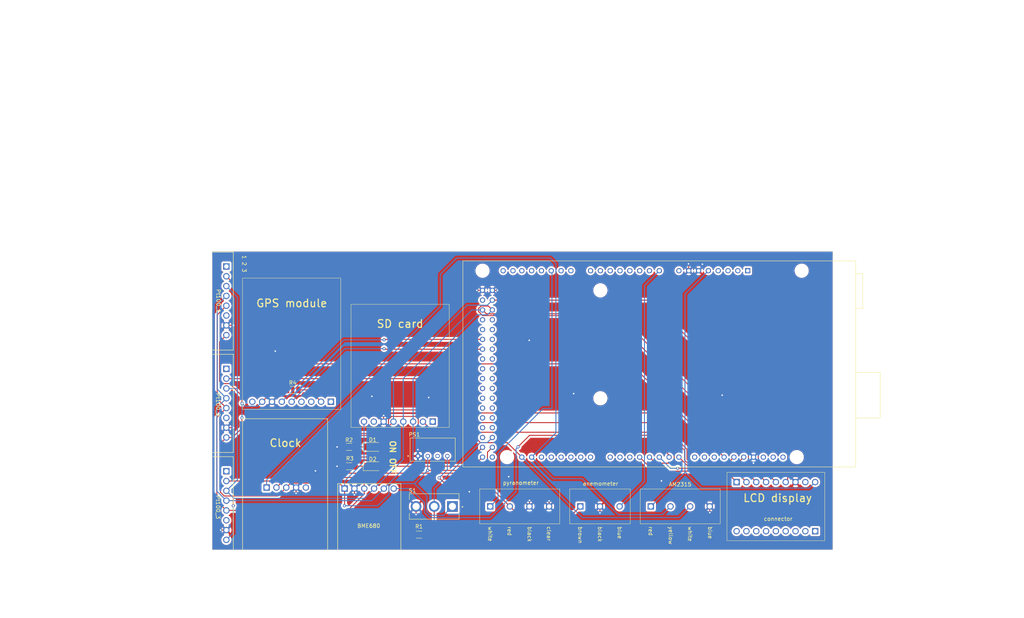
<source format=kicad_pcb>
(kicad_pcb (version 20221018) (generator pcbnew)
  (layers (0 "F.Cu" signal) (31 "B.Cu" signal) (34 "B.Paste" user) (35 "F.Paste" user) (36 "B.SilkS" user "B.Silkscreen") (37 "F.SilkS" user "F.Silkscreen") (38 "B.Mask" user) (39 "F.Mask" user) (44 "Edge.Cuts" user))
  (net 0 "")
  (net 1 "Net-(D1-K)")
  (net 2 "GND")
  (net 3 "Net-(D2-K)")
  (net 5 "/D4")
  (net 6 "/MISO")
  (net 7 "/MOSI")
  (net 8 "/SCK")
  (net 10 "+5V")
  (net 11 "/SDA")
  (net 12 "/SCL")
  (net 13 "+9V")
  (net 14 "/A0")
  (net 15 "/D6")
  (net 16 "/D11")
  (net 17 "/D24")
  (net 18 "/D22")
  (net 19 "/D23")
  (net 20 "/A10")
  (net 78 "/D3")
  (net 80 "/D5")
  (net 81 "/D7")
  (net 82 "Net-(U10-EN)")
  (net 83 "/D12")
  (net 84 "/D13")
  (net 105 "/D45")
  (net 106 "/D43")
  (footprint "Resistor_SMD:R_1206_3216Metric" (layer "F.Cu") (at 90.932 115.824 180)
    (fp_text reference "R4")
    (fp_text value "10k")
  )
  (footprint "custom_components:BME680" (layer "F.Cu") (at 110.7246 149.475)
    (fp_text reference "U5" hide)
    (fp_text value "BME680")
  )
  (footprint "custom_components:PT100" (layer "F.Cu") (at 57.76 92.82 -90)
    (fp_text reference "U6")
    (fp_text value "PT100")
  )
  (footprint "custom_components:PT100" (layer "F.Cu") (at 57.76 145.82 -90)
    (fp_text reference "U9")
    (fp_text value "PT100")
  )
  (footprint "custom_components:PT100" (layer "F.Cu") (at 57.76 119.32 -90)
    (fp_text reference "U8")
    (fp_text value "PT100")
  )
  (footprint "dcdc convertor:CONV_TBA_1-0519" (layer "F.Cu") (at 127.1175 131.3)
    (fp_text reference "PS1")
    (fp_text value "TBA_1-0519")
  )
  (footprint "LED_SMD:LED_1206_3216Metric_Pad1.42x1.75mm_HandSolder" (layer "F.Cu") (at 111.6125 130.596429)
    (fp_text reference "D1")
    (fp_text value "LED_GREEN" hide)
  )
  (footprint "Resistor_SMD:R_1206_3216Metric" (layer "F.Cu") (at 123.6 153.3)
    (fp_text reference "R1")
    (fp_text value "10k" hide)
  )
  (footprint "custom_components:screw_terminal_4pin" (layer "F.Cu") (at 191.18 146)
    (fp_text reference "U4")
    (fp_text value "AM2315")
  )
  (footprint "custom_components:screw_terminal_3pin" (layer "F.Cu") (at 170.4 146)
    (fp_text reference "U3")
    (fp_text value "anemometer")
  )
  (footprint "custom_components:GPS" (layer "F.Cu") (at 90.64 103.9 90)
    (fp_text reference "U10")
    (fp_text value "GPS" hide)
  )
  (footprint "custom_components:microSD" (layer "F.Cu") (at 118.7 107.745 180)
    (fp_text reference "U1")
    (fp_text value "microSD" hide)
  )
  (footprint "custom_components:screw_terminal_4pin" (layer "F.Cu") (at 149.62 146)
    (fp_text reference "U7")
    (fp_text value "pyranometer")
  )
  (footprint "custom_components:display" (layer "F.Cu") (at 215.9 144.78)
    (fp_text reference "U11")
    (fp_text value "~")
  )
  (footprint "Resistor_SMD:R_1206_3216Metric_Pad1.30x1.75mm_HandSolder" (layer "F.Cu") (at 105.5 130.596429 180)
    (fp_text reference "R2")
    (fp_text value "150" hide)
  )
  (footprint "custom_components:clockModule" (layer "F.Cu") (at 89.28 141.02)
    (fp_text reference "U2")
    (fp_text value "clock_module" hide)
  )
  (footprint "Arduino Mega:ARDUINO_A000067" (layer "F.Cu") (at 185.74 109.11 -90)
    (fp_text reference "A1" hide)
    (fp_text value "A000067")
  )
  (footprint "LED_SMD:LED_1206_3216Metric_Pad1.42x1.75mm_HandSolder" (layer "F.Cu") (at 111.6125 135.596428)
    (fp_text reference "D2")
    (fp_text value "LED_RED" hide)
  )
  (footprint "switch:SW_500SSP1S2M2QEA" (layer "F.Cu") (at 127.5246 146 180)
    (fp_text reference "S1")
    (fp_text value "500SSP1S2M2QEA")
  )
  (footprint "Resistor_SMD:R_1206_3216Metric_Pad1.30x1.75mm_HandSolder" (layer "F.Cu") (at 105.5 135.596428 180)
    (fp_text reference "R3")
    (fp_text value "150" hide)
  )
  (gr_line (start 99.95 123.3) (end 77.95 123.3) (stroke (width 0.15)) (layer "F.SilkS"))
  (gr_line (start 75.55 80.125) (end 70.2 80.125) (stroke (width 0.15)) (layer "F.SilkS"))
  (gr_line (start 75.55 105.525) (end 75.55 80.125) (stroke (width 0.15)) (layer "F.SilkS"))
  (gr_line (start 118.9 140.1) (end 118.9 157.1) (stroke (width 0.15)) (layer "F.SilkS"))
  (gr_line (start 75.55 132.025) (end 75.55 106.625) (stroke (width 0.15)) (layer "F.SilkS"))
  (gr_line (start 75.65 106.625) (end 70.3 106.625) (stroke (width 0.15)) (layer "F.SilkS"))
  (gr_line (start 77.95 123.3) (end 77.95 157.1) (stroke (width 0.15)) (layer "F.SilkS"))
  (gr_line (start 102.55 140.1) (end 102.55 157.1) (stroke (width 0.15)) (layer "F.SilkS"))
  (gr_line (start 70.3 132.025) (end 75.55 132.025) (stroke (width 0.15)) (layer "F.SilkS"))
  (gr_line (start 75.55 133.125) (end 75.55 157.1) (stroke (width 0.15)) (layer "F.SilkS"))
  (gr_line (start 99.95 157.1) (end 99.95 123.3) (stroke (width 0.15)) (layer "F.SilkS"))
  (gr_line (start 70.3 105.525) (end 75.55 105.525) (stroke (width 0.15)) (layer "F.SilkS"))
  (gr_line (start 102.55 140.1) (end 118.9 140.1) (stroke (width 0.15)) (layer "F.SilkS"))
  (gr_line (start 70.3 133.125) (end 75.55 133.125) (stroke (width 0.15)) (layer "F.SilkS"))
  (gr_rect (start 70.1 80) (end 230.58 157.2) (stroke (width 0.1)) (fill none) (layer "Edge.Cuts"))
  (gr_text "black" (at 152.2 153.2 -90) (layer "F.SilkS") (effects (font (size 1 1))))
  (gr_text "ON" (at 115.9 128.8 -90) (layer "F.SilkS") (effects (font (size 1.5 1.5) (thickness 0.3) bold) (justify left bottom)))
  (gr_text "white" (at 142 153.128571 -90) (layer "F.SilkS") (effects (font (size 1 1))))
  (gr_text "red" (at 147 152.390476 -90) (layer "F.SilkS") (effects (font (size 1 1))))
  (gr_text "SD card" (at 112.5 99.9) (layer "F.SilkS") (effects (font (size 2 2) (thickness 0.3)) (justify left bottom)))
  (gr_text "white" (at 193.7 153.128571 -90) (layer "F.SilkS") (effects (font (size 1 1))))
  (gr_text "connector" (at 212.7 149.8) (layer "F.SilkS") (effects (font (size 1 1)) (justify left bottom)))
  (gr_text "blue" (at 175.5 152.795238 -90) (layer "F.SilkS") (effects (font (size 1 1))))
  (gr_text "yellow" (at 188.7 153.509524 -90) (layer "F.SilkS") (effects (font (size 1 1))))
  (gr_text "brown" (at 165.3 153.390476 -90) (layer "F.SilkS") (effects (font (size 1 1))))
  (gr_text "blue" (at 198.9 152.795238 -90) (layer "F.SilkS") (effects (font (size 1 1))))
  (gr_text "Clock" (at 84.75 130.75) (layer "F.SilkS") (effects (font (size 2 2) (thickness 0.3)) (justify left bottom)))
  (gr_text "red" (at 183.5 152.390476 -90) (layer "F.SilkS") (effects (font (size 1 1))))
  (gr_text "LCD display" (at 207.3 145) (layer "F.SilkS") (effects (font (size 2 2) (thickness 0.3)) (justify left bottom)))
  (gr_text "1 2 3" (at 77.8 80.9 -90) (layer "F.SilkS") (effects (font (size 1 1)) (justify left bottom)))
  (gr_text "OFF" (at 115.9 133.3 -90) (layer "F.SilkS") (effects (font (size 1.5 1.5) (thickness 0.3) bold) (justify left bottom)))
  (gr_text "Pt100_2" (at 71.6 119.7 270) (layer "F.SilkS") (effects (font (size 1 1))))
  (gr_text "Pt100_1" (at 71.7 92.8 270) (layer "F.SilkS") (effects (font (size 1 1))))
  (gr_text "Pt100_3" (at 71.6 146.2 270) (layer "F.SilkS") (effects (font (size 1 1))))
  (gr_text "black" (at 170.4 153.2 -90) (layer "F.SilkS") (effects (font (size 1 1))))
  (gr_text "GPS module" (at 81.325 94.575) (layer "F.SilkS") (effects (font (size 2 2) (thickness 0.3)) (justify left bottom)))
  (gr_text "clear" (at 157.2 153.080953 -90) (layer "F.SilkS") (effects (font (size 1 1))))
  (segment (start 107.05 130.596429) (end 110.125 130.596429) (width 0.25) (layer "F.Cu") (net 1))
  (segment (start 75.6 125.62) (end 73.76 125.62) (width 0.25) (layer "F.Cu") (net 2))
  (segment (start 114.44 122.44) (end 114.44 124.045) (width 0.25) (layer "F.Cu") (net 2))
  (segment (start 170.4 147.7) (end 170.4 146) (width 0.25) (layer "F.Cu") (net 2))
  (segment (start 196.9 83.98) (end 196.9 83.3) (width 0.25) (layer "F.Cu") (net 2))
  (segment (start 75.6 99.12) (end 73.76 99.12) (width 0.25) (layer "F.Cu") (net 2))
  (segment (start 123.3 131.3) (end 123.29 131.31) (width 0.25) (layer "F.Cu") (net 2))
  (segment (start 152.16 144.44) (end 152.16 146) (width 0.25) (layer "F.Cu") (net 2))
  (segment (start 195.9 84.98) (end 196.9 83.98) (width 0.25) (layer "F.Cu") (net 2))
  (segment (start 102.403572 135.596428) (end 102.4 135.6) (width 0.25) (layer "F.Cu") (net 2))
  (segment (start 106.8846 142.9846) (end 106.8846 141.375) (width 0.25) (layer "F.Cu") (net 2))
  (segment (start 157.24 144.56) (end 157.24 146) (width 0.25) (layer "F.Cu") (net 2))
  (segment (start 193.36 83.26) (end 193.36 84.98) (width 0.25) (layer "F.Cu") (net 2))
  (segment (start 123.29 131.31) (end 123.29 132.95) (width 0.25) (layer "F.Cu") (net 2))
  (segment (start 138.54 90.06) (end 140.02 90.06) (width 0.25) (layer "F.Cu") (net 2))
  (segment (start 143.9 90.06) (end 142.56 90.06) (width 0.25) (layer "F.Cu") (net 2))
  (segment (start 103.95 135.596428) (end 102.403572 135.596428) (width 0.25) (layer "F.Cu") (net 2))
  (segment (start 72.28 152.12) (end 73.76 152.12) (width 0.25) (layer "F.Cu") (net 2))
  (segment (start 193.3 83.2) (end 193.36 83.26) (width 0.25) (layer "F.Cu") (net 2))
  (segment (start 91.79 142.61) (end 91.79 141.11) (width 0.25) (layer "F.Cu") (net 2))
  (segment (start 122.8246 148.1) (end 122.8246 146) (width 0.25) (layer "F.Cu") (net 2))
  (segment (start 195.9 84.98) (end 195.88 84.98) (width 0.25) (layer "F.Cu") (net 2))
  (segment (start 102.403571 130.596429) (end 103.95 130.596429) (width 0.25) (layer "F.Cu") (net 2))
  (segment (start 198.8 147.6) (end 198.8 146) (width 0.25) (layer "F.Cu") (net 2))
  (via (at 157.24 144.56) (size 0.8) (drill 0.4) (layers "F.Cu" "B.Cu") (net 2))
  (via (at 186.3 139.4) (size 0.8) (drill 0.4) (layers "F.Cu" "B.Cu") (net 2))
  (via (at 102.4 135.6) (size 0.8) (drill 0.4) (layers "F.Cu" "B.Cu") (net 2))
  (via (at 143.9 90.06) (size 0.8) (drill 0.4) (layers "F.Cu" "B.Cu") (net 2))
  (via (at 91.79 142.61) (size 0.8) (drill 0.4) (layers "F.Cu" "B.Cu") (net 2))
  (via (at 210.1 134.8) (size 0.8) (drill 0.4) (layers "F.Cu" "B.Cu") (net 2))
  (via (at 114.44 122.44) (size 0.8) (drill 0.4) (layers "F.Cu" "B.Cu") (net 2))
  (via (at 202 117.2) (size 0.8) (drill 0.4) (layers "F.Cu" "B.Cu") (net 2))
  (via (at 138.54 90.06) (size 0.8) (drill 0.4) (layers "F.Cu" "B.Cu") (net 2))
  (via (at 126.1 117.8) (size 0.8) (drill 0.4) (layers "F.Cu" "B.Cu") (net 2))
  (via (at 146.8 138.3) (size 0.8) (drill 0.4) (layers "F.Cu" "B.Cu") (net 2))
  (via (at 193.3 83.2) (size 0.8) (drill 0.4) (layers "F.Cu" "B.Cu") (net 2))
  (via (at 122.8246 148.1) (size 0.8) (drill 0.4) (layers "F.Cu" "B.Cu") (net 2))
  (via (at 75.6 125.62) (size 0.8) (drill 0.4) (layers "F.Cu" "B.Cu") (net 2))
  (via (at 96.8 136.8) (size 0.8) (drill 0.4) (layers "F.Cu" "B.Cu") (net 2))
  (via (at 198.8 147.6) (size 0.8) (drill 0.4) (layers "F.Cu" "B.Cu") (net 2))
  (via (at 75.6 99.12) (size 0.8) (drill 0.4) (layers "F.Cu" "B.Cu") (net 2))
  (via (at 163.6 116.8) (size 0.8) (drill 0.4) (layers "F.Cu" "B.Cu") (net 2))
  (via (at 170.4 147.7) (size 0.8) (drill 0.4) (layers "F.Cu" "B.Cu") (net 2))
  (via (at 136.6 142.2) (size 0.8) (drill 0.4) (layers "F.Cu" "B.Cu") (net 2))
  (via (at 72.28 152.12) (size 0.8) (drill 0.4) (layers "F.Cu" "B.Cu") (net 2))
  (via (at 152.1 103) (size 0.8) (drill 0.4) (layers "F.Cu" "B.Cu") (net 2))
  (via (at 102.403571 130.596429) (size 0.8) (drill 0.4) (layers "F.Cu" "B.Cu") (net 2))
  (via (at 86.4 105.8) (size 0.8) (drill 0.4) (layers "F.Cu" "B.Cu") (net 2))
  (via (at 106.8846 142.9846) (size 0.8) (drill 0.4) (layers "F.Cu" "B.Cu") (net 2))
  (via (at 111.4 117.5) (size 0.8) (drill 0.4) (layers "F.Cu" "B.Cu") (net 2))
  (via (at 152.16 144.44) (size 0.8) (drill 0.4) (layers "F.Cu" "B.Cu") (net 2))
  (via (at 123.3 131.3) (size 0.8) (drill 0.4) (layers "F.Cu" "B.Cu") (net 2))
  (via (at 196.9 83.3) (size 0.8) (drill 0.4) (layers "F.Cu" "B.Cu") (net 2))
  (segment (start 107.05 135.596428) (end 110.125 135.596428) (width 0.25) (layer "F.Cu") (net 3))
  (segment (start 138.4 126.8) (end 183.7 126.8) (width 0.25) (layer "F.Cu") (net 5))
  (segment (start 189.6 132.7) (end 189.6 134.2) (width 0.25) (layer "F.Cu") (net 5))
  (segment (start 184.76 134.8) (end 183.2 133.24) (width 0.25) (layer "F.Cu") (net 5))
  (segment (start 189 134.8) (end 184.76 134.8) (width 0.25) (layer "F.Cu") (net 5))
  (segment (start 189.6 134.2) (end 189 134.8) (width 0.25) (layer "F.Cu") (net 5))
  (segment (start 183.7 126.8) (end 189.6 132.7) (width 0.25) (layer "F.Cu") (net 5))
  (segment (start 126.555 126) (end 137.6 126) (width 0.25) (layer "F.Cu") (net 5))
  (segment (start 124.6 124.045) (end 126.555 126) (width 0.25) (layer "F.Cu") (net 5))
  (segment (start 137.6 126) (end 138.4 126.8) (width 0.25) (layer "F.Cu") (net 5))
  (segment (start 208.788 132.334) (end 173.048 96.594) (width 0.25) (layer "F.Cu") (net 6))
  (segment (start 141.556 94.136) (end 142.56 95.14) (width 0.25) (layer "F.Cu") (net 6))
  (segment (start 139.016 95.555871) (end 139.016 94.724129) (width 0.25) (layer "F.Cu") (net 6))
  (segment (start 139.604129 94.136) (end 141.556 94.136) (width 0.25) (layer "F.Cu") (net 6))
  (segment (start 140.054129 96.594) (end 139.016 95.555871) (width 0.25) (layer "F.Cu") (net 6))
  (segment (start 173.048 96.594) (end 140.054129 96.594) (width 0.25) (layer "F.Cu") (net 6))
  (segment (start 139.016 94.724129) (end 139.604129 94.136) (width 0.25) (layer "F.Cu") (net 6))
  (segment (start 208.788 135.128) (end 208.788 132.334) (width 0.25) (layer "F.Cu") (net 6))
  (segment (start 213.36 139.7) (end 208.788 135.128) (width 0.25) (layer "F.Cu") (net 6))
  (segment (start 71.4 115.64) (end 71.4 93.86) (width 0.25) (layer "B.Cu") (net 6))
  (segment (start 71.3 142.04) (end 71.3 120.46) (width 0.25) (layer "B.Cu") (net 6))
  (segment (start 141.3 96.4) (end 142.56 95.14) (width 0.25) (layer "B.Cu") (net 6))
  (segment (start 114.5046 141.375) (end 111.3796 144.5) (width 0.25) (layer "B.Cu") (net 6))
  (segment (start 71.3 120.46) (end 73.76 118) (width 0.25) (layer "B.Cu") (net 6))
  (segment (start 122.06 124.045) (end 122.06 112.94) (width 0.25) (layer "B.Cu") (net 6))
  (segment (start 73.76 118) (end 71.4 115.64) (width 0.25) (layer "B.Cu") (net 6))
  (segment (start 111.3796 144.5) (end 73.76 144.5) (width 0.25) (layer "B.Cu") (net 6))
  (segment (start 114.5046 141.375) (end 122.06 133.8196) (width 0.25) (layer "B.Cu") (net 6))
  (segment (start 122.06 112.94) (end 138.6 96.4) (width 0.25) (layer "B.Cu") (net 6))
  (segment (start 138.6 96.4) (end 141.3 96.4) (width 0.25) (layer "B.Cu") (net 6))
  (segment (start 73.76 144.5) (end 71.3 142.04) (width 0.25) (layer "B.Cu") (net 6))
  (segment (start 122.06 133.8196) (end 122.06 124.045) (width 0.25) (layer "B.Cu") (net 6))
  (segment (start 71.4 93.86) (end 73.76 91.5) (width 0.25) (layer "B.Cu") (net 6))
  (segment (start 211.328 132.588) (end 211.328 135.128) (width 0.25) (layer "F.Cu") (net 7))
  (segment (start 141.024 96.144) (end 174.884 96.144) (width 0.25) (layer "F.Cu") (net 7))
  (segment (start 140.02 95.14) (end 141.024 96.144) (width 0.25) (layer "F.Cu") (net 7))
  (segment (start 174.884 96.144) (end 211.328 132.588) (width 0.25) (layer "F.Cu") (net 7))
  (segment (start 211.328 135.128) (end 215.9 139.7) (width 0.25) (layer "F.Cu") (net 7))
  (segment (start 137.26 95.14) (end 140.02 95.14) (width 0.25) (layer "B.Cu") (net 7))
  (segment (start 73.76 88.96) (end 76.6 91.8) (width 0.25) (layer "B.Cu") (net 7))
  (segment (start 119.52 133.8196) (end 111.9646 141.375) (width 0.25) (layer "B.Cu") (net 7))
  (segment (start 75.7 143.9) (end 73.76 141.96) (width 0.25) (layer "B.Cu") (net 7))
  (segment (start 109.4396 143.9) (end 75.7 143.9) (width 0.25) (layer "B.Cu") (net 7))
  (segment (start 73.76 115.46) (end 76.6 115.46) (width 0.25) (layer "B.Cu") (net 7))
  (segment (start 111.9646 141.375) (end 109.4396 143.9) (width 0.25) (layer "B.Cu") (net 7))
  (segment (start 119.52 124.045) (end 119.52 133.8196) (width 0.25) (layer "B.Cu") (net 7))
  (segment (start 119.52 112.88) (end 137.26 95.14) (width 0.25) (layer "B.Cu") (net 7))
  (segment (start 76.6 139.12) (end 73.76 141.96) (width 0.25) (layer "B.Cu") (net 7))
  (segment (start 119.52 124.045) (end 119.52 112.88) (width 0.25) (layer "B.Cu") (net 7))
  (segment (start 76.6 91.8) (end 76.6 139.12) (width 0.25) (layer "B.Cu") (net 7))
  (segment (start 109.4246 141.375) (end 109.4246 142.7754) (width 0.25) (layer "F.Cu") (net 8))
  (segment (start 101.9 138.5) (end 108 138.5) (width 0.25) (layer "F.Cu") (net 8))
  (segment (start 100.5 137.1) (end 101.9 138.5) (width 0.25) (layer "F.Cu") (net 8))
  (segment (start 73.76 147.04) (end 71.3 144.58) (width 0.25) (layer "F.Cu") (net 8))
  (segment (start 142.56 92.6) (end 183.453072 92.6) (width 0.25) (layer "F.Cu") (net 8))
  (segment (start 105.16 147.04) (end 73.76 147.04) (width 0.25) (layer "F.Cu") (net 8))
  (segment (start 183.453072 92.6) (end 218.948 128.094928) (width 0.25) (layer "F.Cu") (net 8))
  (segment (start 71.4 118.18) (end 71.4 96.4) (width 0.25) (layer "F.Cu") (net 8))
  (segment (start 73.76 120.54) (end 71.4 118.18) (width 0.25) (layer "F.Cu") (net 8))
  (segment (start 71.3 144.58) (end 71.3 123) (width 0.25) (layer "F.Cu") (net 8))
  (segment (start 116.98 124.045) (end 113.425 127.6) (width 0.25) (layer "F.Cu") (net 8))
  (segment (start 71.3 123) (end 73.76 120.54) (width 0.25) (layer "F.Cu") (net 8))
  (segment (start 109.4246 142.7754) (end 105.16 147.04) (width 0.25) (layer "F.Cu") (net 8))
  (segment (start 113.425 127.6) (end 100.856396 127.6) (width 0.25) (layer "F.Cu") (net 8))
  (segment (start 71.4 96.4) (end 73.76 94.04) (width 0.25) (layer "F.Cu") (net 8))
  (segment (start 100.5 127.956396) (end 100.5 137.1) (width 0.25) (layer "F.Cu") (net 8))
  (segment (start 108 138.5) (end 109.4 139.9) (width 0.25) (layer "F.Cu") (net 8))
  (segment (start 218.948 139.192) (end 218.44 139.7) (width 0.25) (layer "F.Cu") (net 8))
  (segment (start 109.4 139.9) (end 109.4 141.3504) (width 0.25) (layer "F.Cu") (net 8))
  (segment (start 100.856396 127.6) (end 100.5 127.956396) (width 0.25) (layer "F.Cu") (net 8))
  (segment (start 218.948 128.094928) (end 218.948 139.192) (width 0.25) (layer "F.Cu") (net 8))
  (segment (start 141.26 93.9) (end 142.56 92.6) (width 0.25) (layer "B.Cu") (net 8))
  (segment (start 116.98 124.045) (end 116.98 112.935933) (width 0.25) (layer "B.Cu") (net 8))
  (segment (start 116.98 112.935933) (end 136.015933 93.9) (width 0.25) (layer "B.Cu") (net 8))
  (segment (start 136.015933 93.9) (end 141.26 93.9) (width 0.25) (layer "B.Cu") (net 8))
  (segment (start 75.5 143.3) (end 87.06 143.3) (width 0.25) (layer "F.Cu") (net 10))
  (segment (start 73.76 128.16) (end 72.2 129.72) (width 0.25) (layer "F.Cu") (net 10))
  (segment (start 73.2 143.3) (end 75.5 143.3) (width 0.25) (layer "F.Cu") (net 10))
  (segment (start 136.5845 136.6755) (end 140.02 133.24) (width 0.25) (layer "F.Cu") (net 10))
  (segment (start 87.06 143.3) (end 89.25 141.11) (width 0.25) (layer "F.Cu") (net 10))
  (segment (start 86.096 115.824) (end 83.02 118.9) (width 0.25) (layer "F.Cu") (net 10))
  (segment (start 72.2 129.72) (end 72.2 142.3) (width 0.25) (layer "F.Cu") (net 10))
  (segment (start 72 103.42) (end 73.76 101.66) (width 0.25) (layer "F.Cu") (net 10))
  (segment (start 136.5845 136.6755) (end 125.83 136.6755) (width 0.25) (layer "F.Cu") (net 10))
  (segment (start 77.8 123.1) (end 77.8 125.7) (width 0.25) (layer "F.Cu") (net 10))
  (segment (start 77.8 119.3) (end 77.8 117.4) (width 0.25) (layer "F.Cu") (net 10))
  (segment (start 102.9296 139.96) (end 104.3446 141.375) (width 0.25) (layer "F.Cu") (net 10))
  (segment (start 104.3446 145.7754) (end 104.3446 141.375) (width 0.25) (layer "F.Cu") (net 10))
  (segment (start 72.2 142.3) (end 73.2 143.3) (width 0.25) (layer "F.Cu") (net 10))
  (segment (start 90.4 139.96) (end 102.9296 139.96) (width 0.25) (layer "F.Cu") (net 10))
  (segment (start 74.6 114.2) (end 72.6 114.2) (width 0.25) (layer "F.Cu") (net 10))
  (segment (start 75.54 145.82) (end 75.54 143.3) (width 0.25) (layer "F.Cu") (net 10))
  (segment (start 77.8 117.4) (end 74.6 114.2) (width 0.25) (layer "F.Cu") (net 10))
  (segment (start 104.3 145.82) (end 104.3446 145.7754) (width 0.25) (layer "F.Cu") (net 10))
  (segment (start 89.25 141.11) (end 90.4 139.96) (width 0.25) (layer "F.Cu") (net 10))
  (segment (start 75.34 128.16) (end 73.76 128.16) (width 0.25) (layer "F.Cu") (net 10))
  (segment (start 77.8 125.7) (end 75.34 128.16) (width 0.25) (layer "F.Cu") (net 10))
  (segment (start 89.4695 115.824) (end 86.096 115.824) (width 0.25) (layer "F.Cu") (net 10))
  (segment (start 72 113.6) (end 72 103.42) (width 0.25) (layer "F.Cu") (net 10))
  (segment (start 72.6 114.2) (end 72 113.6) (width 0.25) (layer "F.Cu") (net 10))
  (via (at 75.54 145.82) (size 0.8) (drill 0.4) (layers "F.Cu" "B.Cu") (net 10))
  (via (at 77.8 123.1) (size 0.8) (drill 0.4) (layers "F.Cu" "B.Cu") (net 10))
  (via (at 77.8 119.3) (size 0.8) (drill 0.4) (layers "F.Cu" "B.Cu") (net 10))
  (via (at 104.3 145.82) (size 0.8) (drill 0.4) (layers "F.Cu" "B.Cu") (net 10))
  (via (at 125.83 136.6755) (size 0.8) (drill 0.4) (layers "F.Cu" "B.Cu") (net 10))
  (segment (start 183.56 146) (end 192.38 137.18) (width 0.25) (layer "B.Cu") (net 10))
  (segment (start 104.3 145.82) (end 112.88 145.82) (width 0.25) (layer "B.Cu") (net 10))
  (segment (start 192.38 137.18) (end 192.38 91.04) (width 0.25) (layer "B.Cu") (net 10))
  (segment (start 129.9246 148.3) (end 126.6 148.3) (width 0.25) (layer "B.Cu") (net 10))
  (segment (start 112.88 145.82) (end 115.8 142.9) (width 0.25) (layer "B.Cu") (net 10))
  (segment (start 192.532 137.16) (end 192.4 137.16) (width 0.25) (layer "B.Cu") (net 10))
  (segment (start 226.06 139.7) (end 224.536 141.224) (width 0.25) (layer "B.Cu") (net 10))
  (segment (start 104.3446 139.4554) (end 104.3446 141.375) (width 0.25) (layer "B.Cu") (net 10))
  (segment (start 81.87 120.05) (end 78.55 120.05) (width 0.25) (layer "B.Cu") (net 10))
  (segment (start 125.6 143.3) (end 122.4 140.1) (width 0.25) (layer "B.Cu") (net 10))
  (segment (start 75.54 152.88) (end 73.76 154.66) (width 0.25) (layer "B.Cu") (net 10))
  (segment (start 196.596 141.224) (end 192.532 137.16) (width 0.25) (layer "B.Cu") (net 10))
  (segment (start 75.54 145.82) (end 75.54 152.88) (width 0.25) (layer "B.Cu") (net 10))
  (segment (start 77.8 123.1) (end 77.8 119.3) (width 0.25) (layer "B.Cu") (net 10))
  (segment (start 192.38 91.04) (end 198.44 84.98) (width 0.25) (layer "B.Cu") (net 10))
  (segment (start 192.4 137.16) (end 192.38 137.18) (width 0.25) (layer "B.Cu") (net 10))
  (segment (start 125.6 147.3) (end 125.6 143.3) (width 0.25) (layer "B.Cu") (net 10))
  (segment (start 109.36 134.44) (end 104.3446 139.4554) (width 0.25) (layer "B.Cu") (net 10))
  (segment (start 122.4 140.1) (end 125.83 136.67) (width 0.25) (layer "B.Cu") (net 10))
  (segment (start 109.36 124.045) (end 109.36 134.44) (width 0.25) (layer "B.Cu") (net 10))
  (segment (start 125.83 136.67) (end 125.83 132.95) (width 0.25) (layer "B.Cu") (net 10))
  (segment (start 126.6 148.3) (end 125.6 147.3) (width 0.25) (layer "B.Cu") (net 10))
  (segment (start 115.8 142.9) (end 115.8 140.8) (width 0.25) (layer "B.Cu") (net 10))
  (segment (start 78.55 120.05) (end 77.8 119.3) (width 0.25) (layer "B.Cu") (net 10))
  (segment (start 132.2246 146) (end 129.9246 148.3) (width 0.25) (layer "B.Cu") (net 10))
  (segment (start 83.02 118.9) (end 81.87 120.05) (width 0.25) (layer "B.Cu") (net 10))
  (segment (start 224.536 141.224) (end 196.596 141.224) (width 0.25) (layer "B.Cu") (net 10))
  (segment (start 116.5 140.1) (end 122.4 140.1) (width 0.25) (layer "B.Cu") (net 10))
  (segment (start 115.8 140.8) (end 116.5 140.1) (width 0.25) (layer "B.Cu") (net 10))
  (segment (start 188.64 146) (end 186.54 148.1) (width 0.25) (layer "B.Cu") (net 11))
  (segment (start 158.28 138.8) (end 152.72 133.24) (width 0.25) (layer "B.Cu") (net 11))
  (segment (start 175.1 148.1) (end 165.8 138.8) (width 0.25) (layer "B.Cu") (net 11))
  (segment (start 84.17 139.13) (end 129.1 94.2) (width 0.25) (layer "B.Cu") (net 11))
  (segment (start 84.17 141.11) (end 84.17 139.13) (width 0.25) (layer "B.Cu") (net 11))
  (segment (start 159 83.1) (end 159 126.96) (width 0.25) (layer "B.Cu") (net 11))
  (segment (start 133.3 81.7) (end 157.6 81.7) (width 0.25) (layer "B.Cu") (net 11))
  (segment (start 157.6 81.7) (end 159 83.1) (width 0.25) (layer "B.Cu") (net 11))
  (segment (start 165.8 138.8) (end 158.28 138.8) (width 0.25) (layer "B.Cu") (net 11))
  (segment (start 159 126.96) (end 152.72 133.24) (width 0.25) (layer "B.Cu") (net 11))
  (segment (start 129.1 94.2) (end 129.1 85.9) (width 0.25) (layer "B.Cu") (net 11))
  (segment (start 129.1 85.9) (end 133.3 81.7) (width 0.25) (layer "B.Cu") (net 11))
  (segment (start 186.54 148.1) (end 175.1 148.1) (width 0.25) (layer "B.Cu") (net 11))
  (segment (start 115.7 123.5) (end 116.5 122.7) (width 0.25) (layer "F.Cu") (net 12))
  (segment (start 125.1 126.7) (end 136.7 126.7) (width 0.25) (layer "F.Cu") (net 12))
  (segment (start 139.5 129.5) (end 146.44 129.5) (width 0.25) (layer "F.Cu") (net 12))
  (segment (start 116.5 122.7) (end 122.7 122.7) (width 0.25) (layer "F.Cu") (net 12))
  (segment (start 123.4 125) (end 125.1 126.7) (width 0.25) (layer "F.Cu") (net 12))
  (segment (start 146.44 129.5) (end 150.18 133.24) (width 0.25) (layer "F.Cu") (net 12))
  (segment (start 122.7 122.7) (end 123.4 123.4) (width 0.25) (layer "F.Cu") (net 12))
  (segment (start 86.71 141.11) (end 100.72 127.1) (width 0.25) (layer "F.Cu") (net 12))
  (segment (start 100.72 127.1) (end 113.251346 127.1) (width 0.25) (layer "F.Cu") (net 12))
  (segment (start 123.4 123.4) (end 123.4 125) (width 0.25) (layer "F.Cu") (net 12))
  (segment (start 115.7 124.651346) (end 115.7 123.5) (width 0.25) (layer "F.Cu") (net 12))
  (segment (start 113.251346 127.1) (end 115.7 124.651346) (width 0.25) (layer "F.Cu") (net 12))
  (segment (start 136.7 126.7) (end 139.5 129.5) (width 0.25) (layer "F.Cu") (net 12))
  (segment (start 165.84 148.9) (end 150.18 133.24) (width 0.25) (layer "B.Cu") (net 12))
  (segment (start 193.72 146) (end 190.82 148.9) (width 0.25) (layer "B.Cu") (net 12))
  (segment (start 190.82 148.9) (end 165.84 148.9) (width 0.25) (layer "B.Cu") (net 12))
  (segment (start 148.68 147.6) (end 147.08 146) (width 0.25) (layer "F.Cu") (net 13))
  (segment (start 163.72 147.6) (end 148.68 147.6) (width 0.25) (layer "F.Cu") (net 13))
  (segment (start 140.78 139.7) (end 147.08 146) (width 0.25) (layer "F.Cu") (net 13))
  (segment (start 165.32 146) (end 163.72 147.6) (width 0.25) (layer "F.Cu") (net 13))
  (segment (start 129.9 139.7) (end 140.78 139.7) (width 0.25) (layer "F.Cu") (net 13))
  (segment (start 128.8 138.6) (end 129.9 139.7) (width 0.25) (layer "F.Cu") (net 13))
  (via (at 128.8 138.6) (size 0.8) (drill 0.4) (layers "F.Cu" "B.Cu") (net 13))
  (segment (start 130.91 136.49) (end 128.8 138.6) (width 0.25) (layer "B.Cu") (net 13))
  (segment (start 130.91 132.95) (end 130.91 136.49) (width 0.25) (layer "B.Cu") (net 13))
  (segment (start 181.900129 88.819871) (end 185.74 84.98) (width 0.25) (layer "B.Cu") (net 14))
  (segment (start 181.900129 139.579871) (end 181.900129 88.819871) (width 0.25) (layer "B.Cu") (net 14))
  (segment (start 175.48 146) (end 181.900129 139.579871) (width 0.25) (layer "B.Cu") (net 14))
  (segment (start 149.2 130.58) (end 152.18 127.6) (width 0.25) (layer "F.Cu") (net 15))
  (segment (start 183.2 127.6) (end 188.28 132.68) (width 0.25) (layer "F.Cu") (net 15))
  (segment (start 188.28 132.68) (end 188.28 133.24) (width 0.25) (layer "F.Cu") (net 15))
  (segment (start 152.18 127.6) (end 183.2 127.6) (width 0.25) (layer "F.Cu") (net 15))
  (via (at 149.2 130.58) (size 0.8) (drill 0.4) (layers "F.Cu" "B.Cu") (net 15))
  (segment (start 142 148.9) (end 148.7 142.2) (width 0.25) (layer "B.Cu") (net 15))
  (segment (start 125 145) (end 125 147.6) (width 0.25) (layer "B.Cu") (net 15))
  (segment (start 148.7 142.2) (end 148.7 131.08) (width 0.25) (layer "B.Cu") (net 15))
  (segment (start 126.3 148.9) (end 142 148.9) (width 0.25) (layer "B.Cu") (net 15))
  (segment (start 125 147.6) (end 126.3 148.9) (width 0.25) (layer "B.Cu") (net 15))
  (segment (start 117.0446 141.375) (end 121.375 141.375) (width 0.25) (layer "B.Cu") (net 15))
  (segment (start 121.375 141.375) (end 125 145) (width 0.25) (layer "B.Cu") (net 15))
  (segment (start 148.7 131.08) (end 149.2 130.58) (width 0.25) (layer "B.Cu") (net 15))
  (segment (start 96.44 109.1) (end 178.364 109.1) (width 0.25) (layer "F.Cu") (net 16))
  (segment (start 73.76 86.42) (end 96.44 109.1) (width 0.25) (layer "F.Cu") (net 16))
  (segment (start 178.364 109.1) (end 202.504 133.24) (width 0.25) (layer "F.Cu") (net 16))
  (segment (start 127.5246 152.5754) (end 127.5246 146) (width 0.25) (layer "F.Cu") (net 17))
  (segment (start 126.8 153.3) (end 125.0625 153.3) (width 0.25) (layer "F.Cu") (net 17))
  (segment (start 126.8 153.3) (end 127.5246 152.5754) (width 0.25) (layer "F.Cu") (net 17))
  (segment (start 127.5246 146) (end 127.5246 141.3754) (width 0.25) (layer "B.Cu") (net 17))
  (segment (start 127.5246 141.3754) (end 139.4 129.5) (width 0.25) (layer "B.Cu") (net 17))
  (segment (start 139.4 129.5) (end 141.22 129.5) (width 0.25) (layer "B.Cu") (net 17))
  (segment (start 141.22 129.5) (end 142.56 128.16) (width 0.25) (layer "B.Cu") (net 17))
  (segment (start 111.898215 133.2) (end 113.1 131.998215) (width 0.25) (layer "F.Cu") (net 18))
  (segment (start 113.1 131.998215) (end 113.1 130.596429) (width 0.25) (layer "F.Cu") (net 18))
  (segment (start 101.5 136.7) (end 101.5 133.8) (width 0.25) (layer "F.Cu") (net 18))
  (segment (start 102.2 137.4) (end 101.5 136.7) (width 0.25) (layer "F.Cu") (net 18))
  (segment (start 101.5 133.8) (end 102.1 133.2) (width 0.25) (layer "F.Cu") (net 18))
  (segment (start 102.1 133.2) (end 111.898215 133.2) (width 0.25) (layer "F.Cu") (net 18))
  (segment (start 142.56 130.7) (end 141.3 131.96) (width 0.25) (layer "F.Cu") (net 18))
  (segment (start 137.7 137.4) (end 102.2 137.4) (width 0.25) (layer "F.Cu") (net 18))
  (segment (start 141.3 131.96) (end 141.3 133.8) (width 0.25) (layer "F.Cu") (net 18))
  (segment (start 141.3 133.8) (end 137.7 137.4) (width 0.25) (layer "F.Cu") (net 18))
  (segment (start 140.02 130.7) (end 135.123572 135.596428) (width 0.25) (layer "F.Cu") (net 19))
  (segment (start 135.123572 135.596428) (end 113.1 135.596428) (width 0.25) (layer "F.Cu") (net 19))
  (segment (start 155.702 120.65) (end 157.988 120.65) (width 0.25) (layer "B.Cu") (net 20))
  (segment (start 144.018 143.982) (end 144.018 132.334) (width 0.25) (layer "B.Cu") (net 20))
  (segment (start 157.988 85.168) (end 157.8 84.98) (width 0.25) (layer "B.Cu") (net 20))
  (segment (start 144.018 132.334) (end 155.702 120.65) (width 0.25) (layer "B.Cu") (net 20))
  (segment (start 157.988 120.65) (end 157.988 85.168) (width 0.25) (layer "B.Cu") (net 20))
  (segment (start 142 146) (end 144.018 143.982) (width 0.25) (layer "B.Cu") (net 20))
  (segment (start 180.66 133.24) (end 184.289 136.869) (width 0.25) (layer "F.Cu") (net 78))
  (segment (start 202.909 136.869) (end 205.74 139.7) (width 0.25) (layer "F.Cu") (net 78))
  (segment (start 184.289 136.869) (end 202.909 136.869) (width 0.25) (layer "F.Cu") (net 78))
  (segment (start 190.5 136.144) (end 204.724 136.144) (width 0.25) (layer "F.Cu") (net 80))
  (segment (start 204.724 136.144) (end 208.28 139.7) (width 0.25) (layer "F.Cu") (net 80))
  (via (at 190.5 136.144) (size 0.8) (drill 0.4) (layers "F.Cu" "B.Cu") (net 80))
  (segment (start 185.74 133.24) (end 188.644 136.144) (width 0.25) (layer "B.Cu") (net 80))
  (segment (start 188.644 136.144) (end 190.5 136.144) (width 0.25) (layer "B.Cu") (net 80))
  (segment (start 210.82 139.7) (end 206.77 135.65) (width 0.25) (layer "F.Cu") (net 81))
  (segment (start 206.77 135.65) (end 193.23 135.65) (width 0.25) (layer "F.Cu") (net 81))
  (segment (start 193.23 135.65) (end 190.82 133.24) (width 0.25) (layer "F.Cu") (net 81))
  (segment (start 95.184 115.824) (end 98.26 118.9) (width 0.25) (layer "F.Cu") (net 82))
  (segment (start 92.3945 115.824) (end 95.184 115.824) (width 0.25) (layer "F.Cu") (net 82))
  (segment (start 203.684 134.6) (end 205.044 133.24) (width 0.25) (layer "F.Cu") (net 83))
  (segment (start 138.5 121.8) (end 183.5 121.8) (width 0.25) (layer "F.Cu") (net 83))
  (segment (start 73.76 112.92) (end 129.62 112.92) (width 0.25) (layer "F.Cu") (net 83))
  (segment (start 183.5 121.8) (end 192.9 131.2) (width 0.25) (layer "F.Cu") (net 83))
  (segment (start 192.9 131.2) (end 192.9 133.8) (width 0.25) (layer "F.Cu") (net 83))
  (segment (start 193.7 134.6) (end 203.684 134.6) (width 0.25) (layer "F.Cu") (net 83))
  (segment (start 129.62 112.92) (end 138.5 121.8) (width 0.25) (layer "F.Cu") (net 83))
  (segment (start 192.9 133.8) (end 193.7 134.6) (width 0.25) (layer "F.Cu") (net 83))
  (segment (start 205.624 135.2) (end 207.584 133.24) (width 0.25) (layer "F.Cu") (net 84))
  (segment (start 134.918134 121.018134) (end 138.2 124.3) (width 0.25) (layer "F.Cu") (net 84))
  (segment (start 138.2 124.3) (end 185.1 124.3) (width 0.25) (layer "F.Cu") (net 84))
  (segment (start 192.3 134) (end 193.5 135.2) (width 0.25) (layer "F.Cu") (net 84))
  (segment (start 104.025866 121.018134) (end 134.918134 121.018134) (width 0.25) (layer "F.Cu") (net 84))
  (segment (start 192.3 131.5) (end 192.3 134) (width 0.25) (layer "F.Cu") (net 84))
  (segment (start 185.1 124.3) (end 192.3 131.5) (width 0.25) (layer "F.Cu") (net 84))
  (segment (start 73.76 139.42) (end 85.624 139.42) (width 0.25) (layer "F.Cu") (net 84))
  (segment (start 85.624 139.42) (end 104.025866 121.018134) (width 0.25) (layer "F.Cu") (net 84))
  (segment (start 193.5 135.2) (end 205.624 135.2) (width 0.25) (layer "F.Cu") (net 84))
  (segment (start 114.664 102.76) (end 140.02 102.76) (width 0.25) (layer "F.Cu") (net 105))
  (segment (start 114.554 102.87) (end 114.664 102.76) (width 0.25) (layer "F.Cu") (net 105))
  (via (at 114.554 102.87) (size 0.8) (drill 0.4) (layers "F.Cu" "B.Cu") (net 105))
  (segment (start 88.1 118.9) (end 104.13 102.87) (width 0.25) (layer "B.Cu") (net 105))
  (segment (start 104.13 102.87) (end 114.554 102.87) (width 0.25) (layer "B.Cu") (net 105))
  (segment (start 140.02 105.3) (end 114.698 105.3) (width 0.25) (layer "F.Cu") (net 106))
  (segment (start 114.698 105.3) (end 114.554 105.156) (width 0.25) (layer "F.Cu") (net 106))
  (via (at 114.554 105.156) (size 0.8) (drill 0.4) (layers "F.Cu" "B.Cu") (net 106))
  (segment (start 104.384 105.156) (end 90.64 118.9) (width 0.25) (layer "B.Cu") (net 106))
  (segment (start 114.554 105.156) (end 104.384 105.156) (width 0.25) (layer "B.Cu") (net 106))
  (zone (net 2) (net_name "GND") (layers "F&B.Cu") (connect_pads (clearance 0.5)) (min_thickness 0.25) (fill yes (thermal_gap 0.5) (thermal_bridge_width 0.5))
    (polygon (pts (xy 70.0846 79.96) (xy 230.6 80) (xy 230.6 157.2) (xy 70.1 157.2)))
  )
)
</source>
